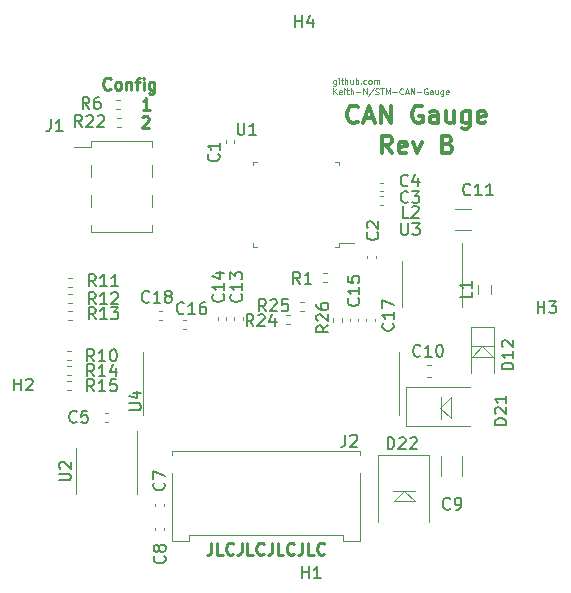
<source format=gbr>
%TF.GenerationSoftware,KiCad,Pcbnew,(5.1.10)-1*%
%TF.CreationDate,2021-10-31T13:05:10-04:00*%
%TF.ProjectId,CAN_Gauge,43414e5f-4761-4756-9765-2e6b69636164,rev?*%
%TF.SameCoordinates,Original*%
%TF.FileFunction,Legend,Top*%
%TF.FilePolarity,Positive*%
%FSLAX46Y46*%
G04 Gerber Fmt 4.6, Leading zero omitted, Abs format (unit mm)*
G04 Created by KiCad (PCBNEW (5.1.10)-1) date 2021-10-31 13:05:10*
%MOMM*%
%LPD*%
G01*
G04 APERTURE LIST*
%ADD10C,0.120000*%
%ADD11C,0.125000*%
%ADD12C,0.250000*%
%ADD13C,0.300000*%
%ADD14C,0.150000*%
G04 APERTURE END LIST*
D10*
X151414200Y-98198800D02*
X152328600Y-98198800D01*
X151414200Y-98198800D02*
X150525200Y-99113200D01*
X150550600Y-99113200D02*
X152303200Y-99113200D01*
X152303200Y-99113200D02*
X151414200Y-98198800D01*
X151414200Y-98198800D02*
X150499800Y-98198800D01*
X147934400Y-103405800D02*
X147934400Y-102516800D01*
X147883600Y-103431200D02*
X148798000Y-104320200D01*
X148798000Y-104294800D02*
X148798000Y-102542200D01*
X148798000Y-102542200D02*
X147883600Y-103431200D01*
X147934400Y-103431200D02*
X147934400Y-104345600D01*
X144810200Y-110441600D02*
X145724600Y-110441600D01*
X144810200Y-110441600D02*
X143921200Y-111356000D01*
X143946600Y-111356000D02*
X145699200Y-111356000D01*
X145699200Y-111356000D02*
X144810200Y-110441600D01*
X144810200Y-110441600D02*
X143895800Y-110441600D01*
D11*
X139027183Y-75683157D02*
X139027183Y-76087919D01*
X139003373Y-76135538D01*
X138979564Y-76159347D01*
X138931945Y-76183157D01*
X138860516Y-76183157D01*
X138812897Y-76159347D01*
X139027183Y-75992680D02*
X138979564Y-76016490D01*
X138884326Y-76016490D01*
X138836707Y-75992680D01*
X138812897Y-75968871D01*
X138789088Y-75921252D01*
X138789088Y-75778395D01*
X138812897Y-75730776D01*
X138836707Y-75706966D01*
X138884326Y-75683157D01*
X138979564Y-75683157D01*
X139027183Y-75706966D01*
X139265278Y-76016490D02*
X139265278Y-75683157D01*
X139265278Y-75516490D02*
X139241469Y-75540300D01*
X139265278Y-75564109D01*
X139289088Y-75540300D01*
X139265278Y-75516490D01*
X139265278Y-75564109D01*
X139431945Y-75683157D02*
X139622421Y-75683157D01*
X139503373Y-75516490D02*
X139503373Y-75945061D01*
X139527183Y-75992680D01*
X139574802Y-76016490D01*
X139622421Y-76016490D01*
X139789088Y-76016490D02*
X139789088Y-75516490D01*
X140003373Y-76016490D02*
X140003373Y-75754585D01*
X139979564Y-75706966D01*
X139931945Y-75683157D01*
X139860516Y-75683157D01*
X139812897Y-75706966D01*
X139789088Y-75730776D01*
X140455754Y-75683157D02*
X140455754Y-76016490D01*
X140241469Y-75683157D02*
X140241469Y-75945061D01*
X140265278Y-75992680D01*
X140312897Y-76016490D01*
X140384326Y-76016490D01*
X140431945Y-75992680D01*
X140455754Y-75968871D01*
X140693850Y-76016490D02*
X140693850Y-75516490D01*
X140693850Y-75706966D02*
X140741469Y-75683157D01*
X140836707Y-75683157D01*
X140884326Y-75706966D01*
X140908135Y-75730776D01*
X140931945Y-75778395D01*
X140931945Y-75921252D01*
X140908135Y-75968871D01*
X140884326Y-75992680D01*
X140836707Y-76016490D01*
X140741469Y-76016490D01*
X140693850Y-75992680D01*
X141146230Y-75968871D02*
X141170040Y-75992680D01*
X141146230Y-76016490D01*
X141122421Y-75992680D01*
X141146230Y-75968871D01*
X141146230Y-76016490D01*
X141598611Y-75992680D02*
X141550992Y-76016490D01*
X141455754Y-76016490D01*
X141408135Y-75992680D01*
X141384326Y-75968871D01*
X141360516Y-75921252D01*
X141360516Y-75778395D01*
X141384326Y-75730776D01*
X141408135Y-75706966D01*
X141455754Y-75683157D01*
X141550992Y-75683157D01*
X141598611Y-75706966D01*
X141884326Y-76016490D02*
X141836707Y-75992680D01*
X141812897Y-75968871D01*
X141789088Y-75921252D01*
X141789088Y-75778395D01*
X141812897Y-75730776D01*
X141836707Y-75706966D01*
X141884326Y-75683157D01*
X141955754Y-75683157D01*
X142003373Y-75706966D01*
X142027183Y-75730776D01*
X142050992Y-75778395D01*
X142050992Y-75921252D01*
X142027183Y-75968871D01*
X142003373Y-75992680D01*
X141955754Y-76016490D01*
X141884326Y-76016490D01*
X142265278Y-76016490D02*
X142265278Y-75683157D01*
X142265278Y-75730776D02*
X142289088Y-75706966D01*
X142336707Y-75683157D01*
X142408135Y-75683157D01*
X142455754Y-75706966D01*
X142479564Y-75754585D01*
X142479564Y-76016490D01*
X142479564Y-75754585D02*
X142503373Y-75706966D01*
X142550992Y-75683157D01*
X142622421Y-75683157D01*
X142670040Y-75706966D01*
X142693850Y-75754585D01*
X142693850Y-76016490D01*
X138812897Y-76891490D02*
X138812897Y-76391490D01*
X139098611Y-76891490D02*
X138884326Y-76605776D01*
X139098611Y-76391490D02*
X138812897Y-76677204D01*
X139503373Y-76867680D02*
X139455754Y-76891490D01*
X139360516Y-76891490D01*
X139312897Y-76867680D01*
X139289088Y-76820061D01*
X139289088Y-76629585D01*
X139312897Y-76581966D01*
X139360516Y-76558157D01*
X139455754Y-76558157D01*
X139503373Y-76581966D01*
X139527183Y-76629585D01*
X139527183Y-76677204D01*
X139289088Y-76724823D01*
X139741469Y-76891490D02*
X139741469Y-76558157D01*
X139741469Y-76391490D02*
X139717659Y-76415300D01*
X139741469Y-76439109D01*
X139765278Y-76415300D01*
X139741469Y-76391490D01*
X139741469Y-76439109D01*
X139908135Y-76558157D02*
X140098611Y-76558157D01*
X139979564Y-76391490D02*
X139979564Y-76820061D01*
X140003373Y-76867680D01*
X140050992Y-76891490D01*
X140098611Y-76891490D01*
X140265278Y-76891490D02*
X140265278Y-76391490D01*
X140479564Y-76891490D02*
X140479564Y-76629585D01*
X140455754Y-76581966D01*
X140408135Y-76558157D01*
X140336707Y-76558157D01*
X140289088Y-76581966D01*
X140265278Y-76605776D01*
X140717659Y-76701014D02*
X141098611Y-76701014D01*
X141336707Y-76891490D02*
X141336707Y-76391490D01*
X141622421Y-76891490D01*
X141622421Y-76391490D01*
X142217659Y-76367680D02*
X141789088Y-77010538D01*
X142360516Y-76867680D02*
X142431945Y-76891490D01*
X142550992Y-76891490D01*
X142598611Y-76867680D01*
X142622421Y-76843871D01*
X142646230Y-76796252D01*
X142646230Y-76748633D01*
X142622421Y-76701014D01*
X142598611Y-76677204D01*
X142550992Y-76653395D01*
X142455754Y-76629585D01*
X142408135Y-76605776D01*
X142384326Y-76581966D01*
X142360516Y-76534347D01*
X142360516Y-76486728D01*
X142384326Y-76439109D01*
X142408135Y-76415300D01*
X142455754Y-76391490D01*
X142574802Y-76391490D01*
X142646230Y-76415300D01*
X142789088Y-76391490D02*
X143074802Y-76391490D01*
X142931945Y-76891490D02*
X142931945Y-76391490D01*
X143241469Y-76891490D02*
X143241469Y-76391490D01*
X143408135Y-76748633D01*
X143574802Y-76391490D01*
X143574802Y-76891490D01*
X143812897Y-76701014D02*
X144193850Y-76701014D01*
X144717659Y-76843871D02*
X144693850Y-76867680D01*
X144622421Y-76891490D01*
X144574802Y-76891490D01*
X144503373Y-76867680D01*
X144455754Y-76820061D01*
X144431945Y-76772442D01*
X144408135Y-76677204D01*
X144408135Y-76605776D01*
X144431945Y-76510538D01*
X144455754Y-76462919D01*
X144503373Y-76415300D01*
X144574802Y-76391490D01*
X144622421Y-76391490D01*
X144693850Y-76415300D01*
X144717659Y-76439109D01*
X144908135Y-76748633D02*
X145146230Y-76748633D01*
X144860516Y-76891490D02*
X145027183Y-76391490D01*
X145193850Y-76891490D01*
X145360516Y-76891490D02*
X145360516Y-76391490D01*
X145646230Y-76891490D01*
X145646230Y-76391490D01*
X145884326Y-76701014D02*
X146265278Y-76701014D01*
X146765278Y-76415300D02*
X146717659Y-76391490D01*
X146646230Y-76391490D01*
X146574802Y-76415300D01*
X146527183Y-76462919D01*
X146503373Y-76510538D01*
X146479564Y-76605776D01*
X146479564Y-76677204D01*
X146503373Y-76772442D01*
X146527183Y-76820061D01*
X146574802Y-76867680D01*
X146646230Y-76891490D01*
X146693850Y-76891490D01*
X146765278Y-76867680D01*
X146789088Y-76843871D01*
X146789088Y-76677204D01*
X146693850Y-76677204D01*
X147217659Y-76891490D02*
X147217659Y-76629585D01*
X147193850Y-76581966D01*
X147146230Y-76558157D01*
X147050992Y-76558157D01*
X147003373Y-76581966D01*
X147217659Y-76867680D02*
X147170040Y-76891490D01*
X147050992Y-76891490D01*
X147003373Y-76867680D01*
X146979564Y-76820061D01*
X146979564Y-76772442D01*
X147003373Y-76724823D01*
X147050992Y-76701014D01*
X147170040Y-76701014D01*
X147217659Y-76677204D01*
X147670040Y-76558157D02*
X147670040Y-76891490D01*
X147455754Y-76558157D02*
X147455754Y-76820061D01*
X147479564Y-76867680D01*
X147527183Y-76891490D01*
X147598611Y-76891490D01*
X147646230Y-76867680D01*
X147670040Y-76843871D01*
X148122421Y-76558157D02*
X148122421Y-76962919D01*
X148098611Y-77010538D01*
X148074802Y-77034347D01*
X148027183Y-77058157D01*
X147955754Y-77058157D01*
X147908135Y-77034347D01*
X148122421Y-76867680D02*
X148074802Y-76891490D01*
X147979564Y-76891490D01*
X147931945Y-76867680D01*
X147908135Y-76843871D01*
X147884326Y-76796252D01*
X147884326Y-76653395D01*
X147908135Y-76605776D01*
X147931945Y-76581966D01*
X147979564Y-76558157D01*
X148074802Y-76558157D01*
X148122421Y-76581966D01*
X148550992Y-76867680D02*
X148503373Y-76891490D01*
X148408135Y-76891490D01*
X148360516Y-76867680D01*
X148336707Y-76820061D01*
X148336707Y-76629585D01*
X148360516Y-76581966D01*
X148408135Y-76558157D01*
X148503373Y-76558157D01*
X148550992Y-76581966D01*
X148574802Y-76629585D01*
X148574802Y-76677204D01*
X148336707Y-76724823D01*
D12*
X122629685Y-78848819D02*
X122677304Y-78801200D01*
X122772542Y-78753580D01*
X123010638Y-78753580D01*
X123105876Y-78801200D01*
X123153495Y-78848819D01*
X123201114Y-78944057D01*
X123201114Y-79039295D01*
X123153495Y-79182152D01*
X122582066Y-79753580D01*
X123201114Y-79753580D01*
X123277314Y-78178780D02*
X122705885Y-78178780D01*
X122991600Y-78178780D02*
X122991600Y-77178780D01*
X122896361Y-77321638D01*
X122801123Y-77416876D01*
X122705885Y-77464495D01*
X119946971Y-76407142D02*
X119899352Y-76454761D01*
X119756495Y-76502380D01*
X119661257Y-76502380D01*
X119518400Y-76454761D01*
X119423161Y-76359523D01*
X119375542Y-76264285D01*
X119327923Y-76073809D01*
X119327923Y-75930952D01*
X119375542Y-75740476D01*
X119423161Y-75645238D01*
X119518400Y-75550000D01*
X119661257Y-75502380D01*
X119756495Y-75502380D01*
X119899352Y-75550000D01*
X119946971Y-75597619D01*
X120518400Y-76502380D02*
X120423161Y-76454761D01*
X120375542Y-76407142D01*
X120327923Y-76311904D01*
X120327923Y-76026190D01*
X120375542Y-75930952D01*
X120423161Y-75883333D01*
X120518400Y-75835714D01*
X120661257Y-75835714D01*
X120756495Y-75883333D01*
X120804114Y-75930952D01*
X120851733Y-76026190D01*
X120851733Y-76311904D01*
X120804114Y-76407142D01*
X120756495Y-76454761D01*
X120661257Y-76502380D01*
X120518400Y-76502380D01*
X121280304Y-75835714D02*
X121280304Y-76502380D01*
X121280304Y-75930952D02*
X121327923Y-75883333D01*
X121423161Y-75835714D01*
X121566019Y-75835714D01*
X121661257Y-75883333D01*
X121708876Y-75978571D01*
X121708876Y-76502380D01*
X122042209Y-75835714D02*
X122423161Y-75835714D01*
X122185066Y-76502380D02*
X122185066Y-75645238D01*
X122232685Y-75550000D01*
X122327923Y-75502380D01*
X122423161Y-75502380D01*
X122756495Y-76502380D02*
X122756495Y-75835714D01*
X122756495Y-75502380D02*
X122708876Y-75550000D01*
X122756495Y-75597619D01*
X122804114Y-75550000D01*
X122756495Y-75502380D01*
X122756495Y-75597619D01*
X123661257Y-75835714D02*
X123661257Y-76645238D01*
X123613638Y-76740476D01*
X123566019Y-76788095D01*
X123470780Y-76835714D01*
X123327923Y-76835714D01*
X123232685Y-76788095D01*
X123661257Y-76454761D02*
X123566019Y-76502380D01*
X123375542Y-76502380D01*
X123280304Y-76454761D01*
X123232685Y-76407142D01*
X123185066Y-76311904D01*
X123185066Y-76026190D01*
X123232685Y-75930952D01*
X123280304Y-75883333D01*
X123375542Y-75835714D01*
X123566019Y-75835714D01*
X123661257Y-75883333D01*
X128481752Y-114872380D02*
X128481752Y-115586666D01*
X128434133Y-115729523D01*
X128338895Y-115824761D01*
X128196038Y-115872380D01*
X128100800Y-115872380D01*
X129434133Y-115872380D02*
X128957942Y-115872380D01*
X128957942Y-114872380D01*
X130338895Y-115777142D02*
X130291276Y-115824761D01*
X130148419Y-115872380D01*
X130053180Y-115872380D01*
X129910323Y-115824761D01*
X129815085Y-115729523D01*
X129767466Y-115634285D01*
X129719847Y-115443809D01*
X129719847Y-115300952D01*
X129767466Y-115110476D01*
X129815085Y-115015238D01*
X129910323Y-114920000D01*
X130053180Y-114872380D01*
X130148419Y-114872380D01*
X130291276Y-114920000D01*
X130338895Y-114967619D01*
X131053180Y-114872380D02*
X131053180Y-115586666D01*
X131005561Y-115729523D01*
X130910323Y-115824761D01*
X130767466Y-115872380D01*
X130672228Y-115872380D01*
X132005561Y-115872380D02*
X131529371Y-115872380D01*
X131529371Y-114872380D01*
X132910323Y-115777142D02*
X132862704Y-115824761D01*
X132719847Y-115872380D01*
X132624609Y-115872380D01*
X132481752Y-115824761D01*
X132386514Y-115729523D01*
X132338895Y-115634285D01*
X132291276Y-115443809D01*
X132291276Y-115300952D01*
X132338895Y-115110476D01*
X132386514Y-115015238D01*
X132481752Y-114920000D01*
X132624609Y-114872380D01*
X132719847Y-114872380D01*
X132862704Y-114920000D01*
X132910323Y-114967619D01*
X133624609Y-114872380D02*
X133624609Y-115586666D01*
X133576990Y-115729523D01*
X133481752Y-115824761D01*
X133338895Y-115872380D01*
X133243657Y-115872380D01*
X134576990Y-115872380D02*
X134100800Y-115872380D01*
X134100800Y-114872380D01*
X135481752Y-115777142D02*
X135434133Y-115824761D01*
X135291276Y-115872380D01*
X135196038Y-115872380D01*
X135053180Y-115824761D01*
X134957942Y-115729523D01*
X134910323Y-115634285D01*
X134862704Y-115443809D01*
X134862704Y-115300952D01*
X134910323Y-115110476D01*
X134957942Y-115015238D01*
X135053180Y-114920000D01*
X135196038Y-114872380D01*
X135291276Y-114872380D01*
X135434133Y-114920000D01*
X135481752Y-114967619D01*
X136196038Y-114872380D02*
X136196038Y-115586666D01*
X136148419Y-115729523D01*
X136053180Y-115824761D01*
X135910323Y-115872380D01*
X135815085Y-115872380D01*
X137148419Y-115872380D02*
X136672228Y-115872380D01*
X136672228Y-114872380D01*
X138053180Y-115777142D02*
X138005561Y-115824761D01*
X137862704Y-115872380D01*
X137767466Y-115872380D01*
X137624609Y-115824761D01*
X137529371Y-115729523D01*
X137481752Y-115634285D01*
X137434133Y-115443809D01*
X137434133Y-115300952D01*
X137481752Y-115110476D01*
X137529371Y-115015238D01*
X137624609Y-114920000D01*
X137767466Y-114872380D01*
X137862704Y-114872380D01*
X138005561Y-114920000D01*
X138053180Y-114967619D01*
D13*
X140887314Y-79196914D02*
X140815885Y-79268342D01*
X140601600Y-79339771D01*
X140458742Y-79339771D01*
X140244457Y-79268342D01*
X140101600Y-79125485D01*
X140030171Y-78982628D01*
X139958742Y-78696914D01*
X139958742Y-78482628D01*
X140030171Y-78196914D01*
X140101600Y-78054057D01*
X140244457Y-77911200D01*
X140458742Y-77839771D01*
X140601600Y-77839771D01*
X140815885Y-77911200D01*
X140887314Y-77982628D01*
X141458742Y-78911200D02*
X142173028Y-78911200D01*
X141315885Y-79339771D02*
X141815885Y-77839771D01*
X142315885Y-79339771D01*
X142815885Y-79339771D02*
X142815885Y-77839771D01*
X143673028Y-79339771D01*
X143673028Y-77839771D01*
X146315885Y-77911200D02*
X146173028Y-77839771D01*
X145958742Y-77839771D01*
X145744457Y-77911200D01*
X145601600Y-78054057D01*
X145530171Y-78196914D01*
X145458742Y-78482628D01*
X145458742Y-78696914D01*
X145530171Y-78982628D01*
X145601600Y-79125485D01*
X145744457Y-79268342D01*
X145958742Y-79339771D01*
X146101600Y-79339771D01*
X146315885Y-79268342D01*
X146387314Y-79196914D01*
X146387314Y-78696914D01*
X146101600Y-78696914D01*
X147673028Y-79339771D02*
X147673028Y-78554057D01*
X147601600Y-78411200D01*
X147458742Y-78339771D01*
X147173028Y-78339771D01*
X147030171Y-78411200D01*
X147673028Y-79268342D02*
X147530171Y-79339771D01*
X147173028Y-79339771D01*
X147030171Y-79268342D01*
X146958742Y-79125485D01*
X146958742Y-78982628D01*
X147030171Y-78839771D01*
X147173028Y-78768342D01*
X147530171Y-78768342D01*
X147673028Y-78696914D01*
X149030171Y-78339771D02*
X149030171Y-79339771D01*
X148387314Y-78339771D02*
X148387314Y-79125485D01*
X148458742Y-79268342D01*
X148601600Y-79339771D01*
X148815885Y-79339771D01*
X148958742Y-79268342D01*
X149030171Y-79196914D01*
X150387314Y-78339771D02*
X150387314Y-79554057D01*
X150315885Y-79696914D01*
X150244457Y-79768342D01*
X150101600Y-79839771D01*
X149887314Y-79839771D01*
X149744457Y-79768342D01*
X150387314Y-79268342D02*
X150244457Y-79339771D01*
X149958742Y-79339771D01*
X149815885Y-79268342D01*
X149744457Y-79196914D01*
X149673028Y-79054057D01*
X149673028Y-78625485D01*
X149744457Y-78482628D01*
X149815885Y-78411200D01*
X149958742Y-78339771D01*
X150244457Y-78339771D01*
X150387314Y-78411200D01*
X151673028Y-79268342D02*
X151530171Y-79339771D01*
X151244457Y-79339771D01*
X151101600Y-79268342D01*
X151030171Y-79125485D01*
X151030171Y-78554057D01*
X151101600Y-78411200D01*
X151244457Y-78339771D01*
X151530171Y-78339771D01*
X151673028Y-78411200D01*
X151744457Y-78554057D01*
X151744457Y-78696914D01*
X151030171Y-78839771D01*
X143780171Y-81889771D02*
X143280171Y-81175485D01*
X142923028Y-81889771D02*
X142923028Y-80389771D01*
X143494457Y-80389771D01*
X143637314Y-80461200D01*
X143708742Y-80532628D01*
X143780171Y-80675485D01*
X143780171Y-80889771D01*
X143708742Y-81032628D01*
X143637314Y-81104057D01*
X143494457Y-81175485D01*
X142923028Y-81175485D01*
X144994457Y-81818342D02*
X144851600Y-81889771D01*
X144565885Y-81889771D01*
X144423028Y-81818342D01*
X144351600Y-81675485D01*
X144351600Y-81104057D01*
X144423028Y-80961200D01*
X144565885Y-80889771D01*
X144851600Y-80889771D01*
X144994457Y-80961200D01*
X145065885Y-81104057D01*
X145065885Y-81246914D01*
X144351600Y-81389771D01*
X145565885Y-80889771D02*
X145923028Y-81889771D01*
X146280171Y-80889771D01*
X148494457Y-81104057D02*
X148708742Y-81175485D01*
X148780171Y-81246914D01*
X148851600Y-81389771D01*
X148851600Y-81604057D01*
X148780171Y-81746914D01*
X148708742Y-81818342D01*
X148565885Y-81889771D01*
X147994457Y-81889771D01*
X147994457Y-80389771D01*
X148494457Y-80389771D01*
X148637314Y-80461200D01*
X148708742Y-80532628D01*
X148780171Y-80675485D01*
X148780171Y-80818342D01*
X148708742Y-80961200D01*
X148637314Y-81032628D01*
X148494457Y-81104057D01*
X147994457Y-81104057D01*
D10*
%TO.C,L1*%
X151057400Y-93823222D02*
X151057400Y-93023978D01*
X152177400Y-93823222D02*
X152177400Y-93023978D01*
%TO.C,C11*%
X150499852Y-88390000D02*
X149077348Y-88390000D01*
X150499852Y-86570000D02*
X149077348Y-86570000D01*
%TO.C,D12*%
X152439600Y-96558400D02*
X152439600Y-100458400D01*
X150439600Y-96558400D02*
X150439600Y-100458400D01*
X152439600Y-96558400D02*
X150439600Y-96558400D01*
%TO.C,U3*%
X149732400Y-92915600D02*
X149732400Y-89465600D01*
X149732400Y-92915600D02*
X149732400Y-94865600D01*
X144612400Y-92915600D02*
X144612400Y-90965600D01*
X144612400Y-92915600D02*
X144612400Y-94865600D01*
%TO.C,C10*%
X146755621Y-100791600D02*
X147081179Y-100791600D01*
X146755621Y-99771600D02*
X147081179Y-99771600D01*
%TO.C,U4*%
X122734000Y-98699000D02*
X122734000Y-104033000D01*
X144344000Y-104023000D02*
X144344000Y-98689000D01*
X144332000Y-104027000D02*
X144332000Y-104027000D01*
%TO.C,U1*%
X139250800Y-89520000D02*
X140565800Y-89520000D01*
X139250800Y-89820000D02*
X139250800Y-89520000D01*
X138950800Y-89820000D02*
X139250800Y-89820000D01*
X132030800Y-89820000D02*
X132030800Y-89520000D01*
X132330800Y-89820000D02*
X132030800Y-89820000D01*
X139250800Y-82600000D02*
X139250800Y-82900000D01*
X138950800Y-82600000D02*
X139250800Y-82600000D01*
X132030800Y-82600000D02*
X132030800Y-82900000D01*
X132330800Y-82600000D02*
X132030800Y-82600000D01*
%TO.C,R22*%
X120808441Y-78870400D02*
X120501159Y-78870400D01*
X120808441Y-79630400D02*
X120501159Y-79630400D01*
%TO.C,R6*%
X120757641Y-77346400D02*
X120450359Y-77346400D01*
X120757641Y-78106400D02*
X120450359Y-78106400D01*
%TO.C,J2*%
X125187000Y-114698000D02*
X125187000Y-108938000D01*
X126607000Y-114698000D02*
X125187000Y-114698000D01*
X126607000Y-114198000D02*
X126607000Y-114698000D01*
X139637000Y-114198000D02*
X126607000Y-114198000D01*
X139637000Y-114698000D02*
X139637000Y-114198000D01*
X141057000Y-114698000D02*
X139637000Y-114698000D01*
X141057000Y-108938000D02*
X141057000Y-114698000D01*
X125187000Y-107108000D02*
X125187000Y-107418000D01*
X141057000Y-107108000D02*
X125187000Y-107108000D01*
X141057000Y-107418000D02*
X141057000Y-107108000D01*
%TO.C,J1*%
X118258000Y-80816000D02*
X123458000Y-80816000D01*
X118258000Y-88556000D02*
X123458000Y-88556000D01*
X116818000Y-81386000D02*
X118258000Y-81386000D01*
X118258000Y-80816000D02*
X118258000Y-81386000D01*
X123458000Y-80816000D02*
X123458000Y-81386000D01*
X118258000Y-87986000D02*
X118258000Y-88556000D01*
X123458000Y-87986000D02*
X123458000Y-88556000D01*
X118258000Y-82906000D02*
X118258000Y-83926000D01*
X123458000Y-82906000D02*
X123458000Y-83926000D01*
X118258000Y-85446000D02*
X118258000Y-86466000D01*
X123458000Y-85446000D02*
X123458000Y-86466000D01*
%TO.C,D22*%
X146884000Y-107425000D02*
X142584000Y-107425000D01*
X142584000Y-107425000D02*
X142584000Y-113125000D01*
X146884000Y-107425000D02*
X146884000Y-113125000D01*
%TO.C,C9*%
X147888000Y-107523558D02*
X147888000Y-109194042D01*
X149708000Y-107523558D02*
X149708000Y-109194042D01*
%TO.C,R26*%
X139526000Y-95835359D02*
X139526000Y-96142641D01*
X138766000Y-95835359D02*
X138766000Y-96142641D01*
%TO.C,R25*%
X135995159Y-94516800D02*
X136302441Y-94516800D01*
X135995159Y-95276800D02*
X136302441Y-95276800D01*
%TO.C,R24*%
X135108641Y-96369000D02*
X134801359Y-96369000D01*
X135108641Y-95609000D02*
X134801359Y-95609000D01*
%TO.C,C18*%
X124267836Y-95968000D02*
X124052164Y-95968000D01*
X124267836Y-95248000D02*
X124052164Y-95248000D01*
%TO.C,C17*%
X142300000Y-95881164D02*
X142300000Y-96096836D01*
X141580000Y-95881164D02*
X141580000Y-96096836D01*
%TO.C,C16*%
X126299836Y-96730000D02*
X126084164Y-96730000D01*
X126299836Y-96010000D02*
X126084164Y-96010000D01*
%TO.C,C15*%
X140903000Y-95881164D02*
X140903000Y-96096836D01*
X140183000Y-95881164D02*
X140183000Y-96096836D01*
%TO.C,C14*%
X129727000Y-95754164D02*
X129727000Y-95969836D01*
X129007000Y-95754164D02*
X129007000Y-95969836D01*
%TO.C,C13*%
X131124000Y-95754164D02*
X131124000Y-95969836D01*
X130404000Y-95754164D02*
X130404000Y-95969836D01*
%TO.C,C8*%
X123736500Y-113597664D02*
X123736500Y-113813336D01*
X124456500Y-113597664D02*
X124456500Y-113813336D01*
%TO.C,C7*%
X123736500Y-111565664D02*
X123736500Y-111781336D01*
X124456500Y-111565664D02*
X124456500Y-111781336D01*
%TO.C,C5*%
X119480164Y-104604000D02*
X119695836Y-104604000D01*
X119480164Y-103884000D02*
X119695836Y-103884000D01*
%TO.C,C4*%
X142771964Y-85096800D02*
X142987636Y-85096800D01*
X142771964Y-84376800D02*
X142987636Y-84376800D01*
%TO.C,C3*%
X142771964Y-86239800D02*
X142987636Y-86239800D01*
X142771964Y-85519800D02*
X142987636Y-85519800D01*
%TO.C,C2*%
X141681600Y-90572564D02*
X141681600Y-90788236D01*
X142401600Y-90572564D02*
X142401600Y-90788236D01*
%TO.C,C1*%
X130412800Y-81006636D02*
X130412800Y-80790964D01*
X129692800Y-81006636D02*
X129692800Y-80790964D01*
%TO.C,R15*%
X116566641Y-101197000D02*
X116259359Y-101197000D01*
X116566641Y-101957000D02*
X116259359Y-101957000D01*
%TO.C,R14*%
X116566641Y-99927000D02*
X116259359Y-99927000D01*
X116566641Y-100687000D02*
X116259359Y-100687000D01*
%TO.C,R13*%
X116693641Y-95228000D02*
X116386359Y-95228000D01*
X116693641Y-95988000D02*
X116386359Y-95988000D01*
%TO.C,R12*%
X116386359Y-94591000D02*
X116693641Y-94591000D01*
X116386359Y-93831000D02*
X116693641Y-93831000D01*
%TO.C,R11*%
X116693641Y-92434000D02*
X116386359Y-92434000D01*
X116693641Y-93194000D02*
X116386359Y-93194000D01*
%TO.C,R10*%
X116566641Y-98657000D02*
X116259359Y-98657000D01*
X116566641Y-99417000D02*
X116259359Y-99417000D01*
%TO.C,R1*%
X137950959Y-92787600D02*
X138258241Y-92787600D01*
X137950959Y-92027600D02*
X138258241Y-92027600D01*
%TO.C,D21*%
X144991600Y-101679600D02*
X150391600Y-101679600D01*
X144991600Y-104979600D02*
X150391600Y-104979600D01*
X144991600Y-101679600D02*
X144991600Y-104979600D01*
%TO.C,U2*%
X117028000Y-108816000D02*
X117028000Y-110766000D01*
X117028000Y-108816000D02*
X117028000Y-106866000D01*
X122148000Y-108816000D02*
X122148000Y-110766000D01*
X122148000Y-108816000D02*
X122148000Y-105366000D01*
%TO.C,L1*%
D14*
X150519780Y-93590266D02*
X150519780Y-94066457D01*
X149519780Y-94066457D01*
X150519780Y-92733123D02*
X150519780Y-93304552D01*
X150519780Y-93018838D02*
X149519780Y-93018838D01*
X149662638Y-93114076D01*
X149757876Y-93209314D01*
X149805495Y-93304552D01*
%TO.C,C11*%
X150417542Y-85347942D02*
X150369923Y-85395561D01*
X150227066Y-85443180D01*
X150131828Y-85443180D01*
X149988971Y-85395561D01*
X149893733Y-85300323D01*
X149846114Y-85205085D01*
X149798495Y-85014609D01*
X149798495Y-84871752D01*
X149846114Y-84681276D01*
X149893733Y-84586038D01*
X149988971Y-84490800D01*
X150131828Y-84443180D01*
X150227066Y-84443180D01*
X150369923Y-84490800D01*
X150417542Y-84538419D01*
X151369923Y-85443180D02*
X150798495Y-85443180D01*
X151084209Y-85443180D02*
X151084209Y-84443180D01*
X150988971Y-84586038D01*
X150893733Y-84681276D01*
X150798495Y-84728895D01*
X152322304Y-85443180D02*
X151750876Y-85443180D01*
X152036590Y-85443180D02*
X152036590Y-84443180D01*
X151941352Y-84586038D01*
X151846114Y-84681276D01*
X151750876Y-84728895D01*
%TO.C,D12*%
X154050980Y-100175085D02*
X153050980Y-100175085D01*
X153050980Y-99936990D01*
X153098600Y-99794133D01*
X153193838Y-99698895D01*
X153289076Y-99651276D01*
X153479552Y-99603657D01*
X153622409Y-99603657D01*
X153812885Y-99651276D01*
X153908123Y-99698895D01*
X154003361Y-99794133D01*
X154050980Y-99936990D01*
X154050980Y-100175085D01*
X154050980Y-98651276D02*
X154050980Y-99222704D01*
X154050980Y-98936990D02*
X153050980Y-98936990D01*
X153193838Y-99032228D01*
X153289076Y-99127466D01*
X153336695Y-99222704D01*
X153146219Y-98270323D02*
X153098600Y-98222704D01*
X153050980Y-98127466D01*
X153050980Y-97889371D01*
X153098600Y-97794133D01*
X153146219Y-97746514D01*
X153241457Y-97698895D01*
X153336695Y-97698895D01*
X153479552Y-97746514D01*
X154050980Y-98317942D01*
X154050980Y-97698895D01*
%TO.C,U3*%
X144556295Y-87795980D02*
X144556295Y-88605504D01*
X144603914Y-88700742D01*
X144651533Y-88748361D01*
X144746771Y-88795980D01*
X144937247Y-88795980D01*
X145032485Y-88748361D01*
X145080104Y-88700742D01*
X145127723Y-88605504D01*
X145127723Y-87795980D01*
X145508676Y-87795980D02*
X146127723Y-87795980D01*
X145794390Y-88176933D01*
X145937247Y-88176933D01*
X146032485Y-88224552D01*
X146080104Y-88272171D01*
X146127723Y-88367409D01*
X146127723Y-88605504D01*
X146080104Y-88700742D01*
X146032485Y-88748361D01*
X145937247Y-88795980D01*
X145651533Y-88795980D01*
X145556295Y-88748361D01*
X145508676Y-88700742D01*
%TO.C,C10*%
X146173942Y-99013142D02*
X146126323Y-99060761D01*
X145983466Y-99108380D01*
X145888228Y-99108380D01*
X145745371Y-99060761D01*
X145650133Y-98965523D01*
X145602514Y-98870285D01*
X145554895Y-98679809D01*
X145554895Y-98536952D01*
X145602514Y-98346476D01*
X145650133Y-98251238D01*
X145745371Y-98156000D01*
X145888228Y-98108380D01*
X145983466Y-98108380D01*
X146126323Y-98156000D01*
X146173942Y-98203619D01*
X147126323Y-99108380D02*
X146554895Y-99108380D01*
X146840609Y-99108380D02*
X146840609Y-98108380D01*
X146745371Y-98251238D01*
X146650133Y-98346476D01*
X146554895Y-98394095D01*
X147745371Y-98108380D02*
X147840609Y-98108380D01*
X147935847Y-98156000D01*
X147983466Y-98203619D01*
X148031085Y-98298857D01*
X148078704Y-98489333D01*
X148078704Y-98727428D01*
X148031085Y-98917904D01*
X147983466Y-99013142D01*
X147935847Y-99060761D01*
X147840609Y-99108380D01*
X147745371Y-99108380D01*
X147650133Y-99060761D01*
X147602514Y-99013142D01*
X147554895Y-98917904D01*
X147507276Y-98727428D01*
X147507276Y-98489333D01*
X147554895Y-98298857D01*
X147602514Y-98203619D01*
X147650133Y-98156000D01*
X147745371Y-98108380D01*
%TO.C,U4*%
X121529580Y-103634304D02*
X122339104Y-103634304D01*
X122434342Y-103586685D01*
X122481961Y-103539066D01*
X122529580Y-103443828D01*
X122529580Y-103253352D01*
X122481961Y-103158114D01*
X122434342Y-103110495D01*
X122339104Y-103062876D01*
X121529580Y-103062876D01*
X121862914Y-102158114D02*
X122529580Y-102158114D01*
X121481961Y-102396209D02*
X122196247Y-102634304D01*
X122196247Y-102015257D01*
%TO.C,U1*%
X130713295Y-79312380D02*
X130713295Y-80121904D01*
X130760914Y-80217142D01*
X130808533Y-80264761D01*
X130903771Y-80312380D01*
X131094247Y-80312380D01*
X131189485Y-80264761D01*
X131237104Y-80217142D01*
X131284723Y-80121904D01*
X131284723Y-79312380D01*
X132284723Y-80312380D02*
X131713295Y-80312380D01*
X131999009Y-80312380D02*
X131999009Y-79312380D01*
X131903771Y-79455238D01*
X131808533Y-79550476D01*
X131713295Y-79598095D01*
%TO.C,R22*%
X117522742Y-79651980D02*
X117189409Y-79175790D01*
X116951314Y-79651980D02*
X116951314Y-78651980D01*
X117332266Y-78651980D01*
X117427504Y-78699600D01*
X117475123Y-78747219D01*
X117522742Y-78842457D01*
X117522742Y-78985314D01*
X117475123Y-79080552D01*
X117427504Y-79128171D01*
X117332266Y-79175790D01*
X116951314Y-79175790D01*
X117903695Y-78747219D02*
X117951314Y-78699600D01*
X118046552Y-78651980D01*
X118284647Y-78651980D01*
X118379885Y-78699600D01*
X118427504Y-78747219D01*
X118475123Y-78842457D01*
X118475123Y-78937695D01*
X118427504Y-79080552D01*
X117856076Y-79651980D01*
X118475123Y-79651980D01*
X118856076Y-78747219D02*
X118903695Y-78699600D01*
X118998933Y-78651980D01*
X119237028Y-78651980D01*
X119332266Y-78699600D01*
X119379885Y-78747219D01*
X119427504Y-78842457D01*
X119427504Y-78937695D01*
X119379885Y-79080552D01*
X118808457Y-79651980D01*
X119427504Y-79651980D01*
%TO.C,R6*%
X118151333Y-78127980D02*
X117818000Y-77651790D01*
X117579904Y-78127980D02*
X117579904Y-77127980D01*
X117960857Y-77127980D01*
X118056095Y-77175600D01*
X118103714Y-77223219D01*
X118151333Y-77318457D01*
X118151333Y-77461314D01*
X118103714Y-77556552D01*
X118056095Y-77604171D01*
X117960857Y-77651790D01*
X117579904Y-77651790D01*
X119008476Y-77127980D02*
X118818000Y-77127980D01*
X118722761Y-77175600D01*
X118675142Y-77223219D01*
X118579904Y-77366076D01*
X118532285Y-77556552D01*
X118532285Y-77937504D01*
X118579904Y-78032742D01*
X118627523Y-78080361D01*
X118722761Y-78127980D01*
X118913238Y-78127980D01*
X119008476Y-78080361D01*
X119056095Y-78032742D01*
X119103714Y-77937504D01*
X119103714Y-77699409D01*
X119056095Y-77604171D01*
X119008476Y-77556552D01*
X118913238Y-77508933D01*
X118722761Y-77508933D01*
X118627523Y-77556552D01*
X118579904Y-77604171D01*
X118532285Y-77699409D01*
%TO.C,L2*%
X145176933Y-87348180D02*
X144700742Y-87348180D01*
X144700742Y-86348180D01*
X145462647Y-86443419D02*
X145510266Y-86395800D01*
X145605504Y-86348180D01*
X145843600Y-86348180D01*
X145938838Y-86395800D01*
X145986457Y-86443419D01*
X146034076Y-86538657D01*
X146034076Y-86633895D01*
X145986457Y-86776752D01*
X145415028Y-87348180D01*
X146034076Y-87348180D01*
%TO.C,J2*%
X139828666Y-105728380D02*
X139828666Y-106442666D01*
X139781047Y-106585523D01*
X139685809Y-106680761D01*
X139542952Y-106728380D01*
X139447714Y-106728380D01*
X140257238Y-105823619D02*
X140304857Y-105776000D01*
X140400095Y-105728380D01*
X140638190Y-105728380D01*
X140733428Y-105776000D01*
X140781047Y-105823619D01*
X140828666Y-105918857D01*
X140828666Y-106014095D01*
X140781047Y-106156952D01*
X140209619Y-106728380D01*
X140828666Y-106728380D01*
%TO.C,H4*%
X135590095Y-71193780D02*
X135590095Y-70193780D01*
X135590095Y-70669971D02*
X136161523Y-70669971D01*
X136161523Y-71193780D02*
X136161523Y-70193780D01*
X137066285Y-70527114D02*
X137066285Y-71193780D01*
X136828190Y-70146161D02*
X136590095Y-70860447D01*
X137209142Y-70860447D01*
%TO.C,J1*%
X114885866Y-79007580D02*
X114885866Y-79721866D01*
X114838247Y-79864723D01*
X114743009Y-79959961D01*
X114600152Y-80007580D01*
X114504914Y-80007580D01*
X115885866Y-80007580D02*
X115314438Y-80007580D01*
X115600152Y-80007580D02*
X115600152Y-79007580D01*
X115504914Y-79150438D01*
X115409676Y-79245676D01*
X115314438Y-79293295D01*
%TO.C,H3*%
X156113295Y-95399980D02*
X156113295Y-94399980D01*
X156113295Y-94876171D02*
X156684723Y-94876171D01*
X156684723Y-95399980D02*
X156684723Y-94399980D01*
X157065676Y-94399980D02*
X157684723Y-94399980D01*
X157351390Y-94780933D01*
X157494247Y-94780933D01*
X157589485Y-94828552D01*
X157637104Y-94876171D01*
X157684723Y-94971409D01*
X157684723Y-95209504D01*
X157637104Y-95304742D01*
X157589485Y-95352361D01*
X157494247Y-95399980D01*
X157208533Y-95399980D01*
X157113295Y-95352361D01*
X157065676Y-95304742D01*
%TO.C,H2*%
X111815695Y-101953180D02*
X111815695Y-100953180D01*
X111815695Y-101429371D02*
X112387123Y-101429371D01*
X112387123Y-101953180D02*
X112387123Y-100953180D01*
X112815695Y-101048419D02*
X112863314Y-101000800D01*
X112958552Y-100953180D01*
X113196647Y-100953180D01*
X113291885Y-101000800D01*
X113339504Y-101048419D01*
X113387123Y-101143657D01*
X113387123Y-101238895D01*
X113339504Y-101381752D01*
X112768076Y-101953180D01*
X113387123Y-101953180D01*
%TO.C,H1*%
X136161595Y-117840880D02*
X136161595Y-116840880D01*
X136161595Y-117317071D02*
X136733023Y-117317071D01*
X136733023Y-117840880D02*
X136733023Y-116840880D01*
X137733023Y-117840880D02*
X137161595Y-117840880D01*
X137447309Y-117840880D02*
X137447309Y-116840880D01*
X137352071Y-116983738D01*
X137256833Y-117078976D01*
X137161595Y-117126595D01*
%TO.C,D22*%
X143418114Y-106931580D02*
X143418114Y-105931580D01*
X143656209Y-105931580D01*
X143799066Y-105979200D01*
X143894304Y-106074438D01*
X143941923Y-106169676D01*
X143989542Y-106360152D01*
X143989542Y-106503009D01*
X143941923Y-106693485D01*
X143894304Y-106788723D01*
X143799066Y-106883961D01*
X143656209Y-106931580D01*
X143418114Y-106931580D01*
X144370495Y-106026819D02*
X144418114Y-105979200D01*
X144513352Y-105931580D01*
X144751447Y-105931580D01*
X144846685Y-105979200D01*
X144894304Y-106026819D01*
X144941923Y-106122057D01*
X144941923Y-106217295D01*
X144894304Y-106360152D01*
X144322876Y-106931580D01*
X144941923Y-106931580D01*
X145322876Y-106026819D02*
X145370495Y-105979200D01*
X145465733Y-105931580D01*
X145703828Y-105931580D01*
X145799066Y-105979200D01*
X145846685Y-106026819D01*
X145894304Y-106122057D01*
X145894304Y-106217295D01*
X145846685Y-106360152D01*
X145275257Y-106931580D01*
X145894304Y-106931580D01*
%TO.C,C9*%
X148707533Y-111954442D02*
X148659914Y-112002061D01*
X148517057Y-112049680D01*
X148421819Y-112049680D01*
X148278961Y-112002061D01*
X148183723Y-111906823D01*
X148136104Y-111811585D01*
X148088485Y-111621109D01*
X148088485Y-111478252D01*
X148136104Y-111287776D01*
X148183723Y-111192538D01*
X148278961Y-111097300D01*
X148421819Y-111049680D01*
X148517057Y-111049680D01*
X148659914Y-111097300D01*
X148707533Y-111144919D01*
X149183723Y-112049680D02*
X149374200Y-112049680D01*
X149469438Y-112002061D01*
X149517057Y-111954442D01*
X149612295Y-111811585D01*
X149659914Y-111621109D01*
X149659914Y-111240157D01*
X149612295Y-111144919D01*
X149564676Y-111097300D01*
X149469438Y-111049680D01*
X149278961Y-111049680D01*
X149183723Y-111097300D01*
X149136104Y-111144919D01*
X149088485Y-111240157D01*
X149088485Y-111478252D01*
X149136104Y-111573490D01*
X149183723Y-111621109D01*
X149278961Y-111668728D01*
X149469438Y-111668728D01*
X149564676Y-111621109D01*
X149612295Y-111573490D01*
X149659914Y-111478252D01*
%TO.C,R26*%
X138379180Y-96454057D02*
X137902990Y-96787390D01*
X138379180Y-97025485D02*
X137379180Y-97025485D01*
X137379180Y-96644533D01*
X137426800Y-96549295D01*
X137474419Y-96501676D01*
X137569657Y-96454057D01*
X137712514Y-96454057D01*
X137807752Y-96501676D01*
X137855371Y-96549295D01*
X137902990Y-96644533D01*
X137902990Y-97025485D01*
X137474419Y-96073104D02*
X137426800Y-96025485D01*
X137379180Y-95930247D01*
X137379180Y-95692152D01*
X137426800Y-95596914D01*
X137474419Y-95549295D01*
X137569657Y-95501676D01*
X137664895Y-95501676D01*
X137807752Y-95549295D01*
X138379180Y-96120723D01*
X138379180Y-95501676D01*
X137379180Y-94644533D02*
X137379180Y-94835009D01*
X137426800Y-94930247D01*
X137474419Y-94977866D01*
X137617276Y-95073104D01*
X137807752Y-95120723D01*
X138188704Y-95120723D01*
X138283942Y-95073104D01*
X138331561Y-95025485D01*
X138379180Y-94930247D01*
X138379180Y-94739771D01*
X138331561Y-94644533D01*
X138283942Y-94596914D01*
X138188704Y-94549295D01*
X137950609Y-94549295D01*
X137855371Y-94596914D01*
X137807752Y-94644533D01*
X137760133Y-94739771D01*
X137760133Y-94930247D01*
X137807752Y-95025485D01*
X137855371Y-95073104D01*
X137950609Y-95120723D01*
%TO.C,R25*%
X133092942Y-95247580D02*
X132759609Y-94771390D01*
X132521514Y-95247580D02*
X132521514Y-94247580D01*
X132902466Y-94247580D01*
X132997704Y-94295200D01*
X133045323Y-94342819D01*
X133092942Y-94438057D01*
X133092942Y-94580914D01*
X133045323Y-94676152D01*
X132997704Y-94723771D01*
X132902466Y-94771390D01*
X132521514Y-94771390D01*
X133473895Y-94342819D02*
X133521514Y-94295200D01*
X133616752Y-94247580D01*
X133854847Y-94247580D01*
X133950085Y-94295200D01*
X133997704Y-94342819D01*
X134045323Y-94438057D01*
X134045323Y-94533295D01*
X133997704Y-94676152D01*
X133426276Y-95247580D01*
X134045323Y-95247580D01*
X134950085Y-94247580D02*
X134473895Y-94247580D01*
X134426276Y-94723771D01*
X134473895Y-94676152D01*
X134569133Y-94628533D01*
X134807228Y-94628533D01*
X134902466Y-94676152D01*
X134950085Y-94723771D01*
X134997704Y-94819009D01*
X134997704Y-95057104D01*
X134950085Y-95152342D01*
X134902466Y-95199961D01*
X134807228Y-95247580D01*
X134569133Y-95247580D01*
X134473895Y-95199961D01*
X134426276Y-95152342D01*
%TO.C,R24*%
X132051542Y-96517580D02*
X131718209Y-96041390D01*
X131480114Y-96517580D02*
X131480114Y-95517580D01*
X131861066Y-95517580D01*
X131956304Y-95565200D01*
X132003923Y-95612819D01*
X132051542Y-95708057D01*
X132051542Y-95850914D01*
X132003923Y-95946152D01*
X131956304Y-95993771D01*
X131861066Y-96041390D01*
X131480114Y-96041390D01*
X132432495Y-95612819D02*
X132480114Y-95565200D01*
X132575352Y-95517580D01*
X132813447Y-95517580D01*
X132908685Y-95565200D01*
X132956304Y-95612819D01*
X133003923Y-95708057D01*
X133003923Y-95803295D01*
X132956304Y-95946152D01*
X132384876Y-96517580D01*
X133003923Y-96517580D01*
X133861066Y-95850914D02*
X133861066Y-96517580D01*
X133622971Y-95469961D02*
X133384876Y-96184247D01*
X134003923Y-96184247D01*
%TO.C,C18*%
X123212342Y-94441142D02*
X123164723Y-94488761D01*
X123021866Y-94536380D01*
X122926628Y-94536380D01*
X122783771Y-94488761D01*
X122688533Y-94393523D01*
X122640914Y-94298285D01*
X122593295Y-94107809D01*
X122593295Y-93964952D01*
X122640914Y-93774476D01*
X122688533Y-93679238D01*
X122783771Y-93584000D01*
X122926628Y-93536380D01*
X123021866Y-93536380D01*
X123164723Y-93584000D01*
X123212342Y-93631619D01*
X124164723Y-94536380D02*
X123593295Y-94536380D01*
X123879009Y-94536380D02*
X123879009Y-93536380D01*
X123783771Y-93679238D01*
X123688533Y-93774476D01*
X123593295Y-93822095D01*
X124736152Y-93964952D02*
X124640914Y-93917333D01*
X124593295Y-93869714D01*
X124545676Y-93774476D01*
X124545676Y-93726857D01*
X124593295Y-93631619D01*
X124640914Y-93584000D01*
X124736152Y-93536380D01*
X124926628Y-93536380D01*
X125021866Y-93584000D01*
X125069485Y-93631619D01*
X125117104Y-93726857D01*
X125117104Y-93774476D01*
X125069485Y-93869714D01*
X125021866Y-93917333D01*
X124926628Y-93964952D01*
X124736152Y-93964952D01*
X124640914Y-94012571D01*
X124593295Y-94060190D01*
X124545676Y-94155428D01*
X124545676Y-94345904D01*
X124593295Y-94441142D01*
X124640914Y-94488761D01*
X124736152Y-94536380D01*
X124926628Y-94536380D01*
X125021866Y-94488761D01*
X125069485Y-94441142D01*
X125117104Y-94345904D01*
X125117104Y-94155428D01*
X125069485Y-94060190D01*
X125021866Y-94012571D01*
X124926628Y-93964952D01*
%TO.C,C17*%
X143846542Y-96276257D02*
X143894161Y-96323876D01*
X143941780Y-96466733D01*
X143941780Y-96561971D01*
X143894161Y-96704828D01*
X143798923Y-96800066D01*
X143703685Y-96847685D01*
X143513209Y-96895304D01*
X143370352Y-96895304D01*
X143179876Y-96847685D01*
X143084638Y-96800066D01*
X142989400Y-96704828D01*
X142941780Y-96561971D01*
X142941780Y-96466733D01*
X142989400Y-96323876D01*
X143037019Y-96276257D01*
X143941780Y-95323876D02*
X143941780Y-95895304D01*
X143941780Y-95609590D02*
X142941780Y-95609590D01*
X143084638Y-95704828D01*
X143179876Y-95800066D01*
X143227495Y-95895304D01*
X142941780Y-94990542D02*
X142941780Y-94323876D01*
X143941780Y-94752447D01*
%TO.C,C16*%
X126158742Y-95406342D02*
X126111123Y-95453961D01*
X125968266Y-95501580D01*
X125873028Y-95501580D01*
X125730171Y-95453961D01*
X125634933Y-95358723D01*
X125587314Y-95263485D01*
X125539695Y-95073009D01*
X125539695Y-94930152D01*
X125587314Y-94739676D01*
X125634933Y-94644438D01*
X125730171Y-94549200D01*
X125873028Y-94501580D01*
X125968266Y-94501580D01*
X126111123Y-94549200D01*
X126158742Y-94596819D01*
X127111123Y-95501580D02*
X126539695Y-95501580D01*
X126825409Y-95501580D02*
X126825409Y-94501580D01*
X126730171Y-94644438D01*
X126634933Y-94739676D01*
X126539695Y-94787295D01*
X127968266Y-94501580D02*
X127777790Y-94501580D01*
X127682552Y-94549200D01*
X127634933Y-94596819D01*
X127539695Y-94739676D01*
X127492076Y-94930152D01*
X127492076Y-95311104D01*
X127539695Y-95406342D01*
X127587314Y-95453961D01*
X127682552Y-95501580D01*
X127873028Y-95501580D01*
X127968266Y-95453961D01*
X128015885Y-95406342D01*
X128063504Y-95311104D01*
X128063504Y-95073009D01*
X128015885Y-94977771D01*
X127968266Y-94930152D01*
X127873028Y-94882533D01*
X127682552Y-94882533D01*
X127587314Y-94930152D01*
X127539695Y-94977771D01*
X127492076Y-95073009D01*
%TO.C,C15*%
X140925542Y-94168057D02*
X140973161Y-94215676D01*
X141020780Y-94358533D01*
X141020780Y-94453771D01*
X140973161Y-94596628D01*
X140877923Y-94691866D01*
X140782685Y-94739485D01*
X140592209Y-94787104D01*
X140449352Y-94787104D01*
X140258876Y-94739485D01*
X140163638Y-94691866D01*
X140068400Y-94596628D01*
X140020780Y-94453771D01*
X140020780Y-94358533D01*
X140068400Y-94215676D01*
X140116019Y-94168057D01*
X141020780Y-93215676D02*
X141020780Y-93787104D01*
X141020780Y-93501390D02*
X140020780Y-93501390D01*
X140163638Y-93596628D01*
X140258876Y-93691866D01*
X140306495Y-93787104D01*
X140020780Y-92310914D02*
X140020780Y-92787104D01*
X140496971Y-92834723D01*
X140449352Y-92787104D01*
X140401733Y-92691866D01*
X140401733Y-92453771D01*
X140449352Y-92358533D01*
X140496971Y-92310914D01*
X140592209Y-92263295D01*
X140830304Y-92263295D01*
X140925542Y-92310914D01*
X140973161Y-92358533D01*
X141020780Y-92453771D01*
X141020780Y-92691866D01*
X140973161Y-92787104D01*
X140925542Y-92834723D01*
%TO.C,C14*%
X129470142Y-93837857D02*
X129517761Y-93885476D01*
X129565380Y-94028333D01*
X129565380Y-94123571D01*
X129517761Y-94266428D01*
X129422523Y-94361666D01*
X129327285Y-94409285D01*
X129136809Y-94456904D01*
X128993952Y-94456904D01*
X128803476Y-94409285D01*
X128708238Y-94361666D01*
X128613000Y-94266428D01*
X128565380Y-94123571D01*
X128565380Y-94028333D01*
X128613000Y-93885476D01*
X128660619Y-93837857D01*
X129565380Y-92885476D02*
X129565380Y-93456904D01*
X129565380Y-93171190D02*
X128565380Y-93171190D01*
X128708238Y-93266428D01*
X128803476Y-93361666D01*
X128851095Y-93456904D01*
X128898714Y-92028333D02*
X129565380Y-92028333D01*
X128517761Y-92266428D02*
X129232047Y-92504523D01*
X129232047Y-91885476D01*
%TO.C,C13*%
X130994142Y-93837857D02*
X131041761Y-93885476D01*
X131089380Y-94028333D01*
X131089380Y-94123571D01*
X131041761Y-94266428D01*
X130946523Y-94361666D01*
X130851285Y-94409285D01*
X130660809Y-94456904D01*
X130517952Y-94456904D01*
X130327476Y-94409285D01*
X130232238Y-94361666D01*
X130137000Y-94266428D01*
X130089380Y-94123571D01*
X130089380Y-94028333D01*
X130137000Y-93885476D01*
X130184619Y-93837857D01*
X131089380Y-92885476D02*
X131089380Y-93456904D01*
X131089380Y-93171190D02*
X130089380Y-93171190D01*
X130232238Y-93266428D01*
X130327476Y-93361666D01*
X130375095Y-93456904D01*
X130089380Y-92552142D02*
X130089380Y-91933095D01*
X130470333Y-92266428D01*
X130470333Y-92123571D01*
X130517952Y-92028333D01*
X130565571Y-91980714D01*
X130660809Y-91933095D01*
X130898904Y-91933095D01*
X130994142Y-91980714D01*
X131041761Y-92028333D01*
X131089380Y-92123571D01*
X131089380Y-92409285D01*
X131041761Y-92504523D01*
X130994142Y-92552142D01*
%TO.C,C8*%
X124517142Y-115993066D02*
X124564761Y-116040685D01*
X124612380Y-116183542D01*
X124612380Y-116278780D01*
X124564761Y-116421638D01*
X124469523Y-116516876D01*
X124374285Y-116564495D01*
X124183809Y-116612114D01*
X124040952Y-116612114D01*
X123850476Y-116564495D01*
X123755238Y-116516876D01*
X123660000Y-116421638D01*
X123612380Y-116278780D01*
X123612380Y-116183542D01*
X123660000Y-116040685D01*
X123707619Y-115993066D01*
X124040952Y-115421638D02*
X123993333Y-115516876D01*
X123945714Y-115564495D01*
X123850476Y-115612114D01*
X123802857Y-115612114D01*
X123707619Y-115564495D01*
X123660000Y-115516876D01*
X123612380Y-115421638D01*
X123612380Y-115231161D01*
X123660000Y-115135923D01*
X123707619Y-115088304D01*
X123802857Y-115040685D01*
X123850476Y-115040685D01*
X123945714Y-115088304D01*
X123993333Y-115135923D01*
X124040952Y-115231161D01*
X124040952Y-115421638D01*
X124088571Y-115516876D01*
X124136190Y-115564495D01*
X124231428Y-115612114D01*
X124421904Y-115612114D01*
X124517142Y-115564495D01*
X124564761Y-115516876D01*
X124612380Y-115421638D01*
X124612380Y-115231161D01*
X124564761Y-115135923D01*
X124517142Y-115088304D01*
X124421904Y-115040685D01*
X124231428Y-115040685D01*
X124136190Y-115088304D01*
X124088571Y-115135923D01*
X124040952Y-115231161D01*
%TO.C,C7*%
X124466342Y-109780166D02*
X124513961Y-109827785D01*
X124561580Y-109970642D01*
X124561580Y-110065880D01*
X124513961Y-110208738D01*
X124418723Y-110303976D01*
X124323485Y-110351595D01*
X124133009Y-110399214D01*
X123990152Y-110399214D01*
X123799676Y-110351595D01*
X123704438Y-110303976D01*
X123609200Y-110208738D01*
X123561580Y-110065880D01*
X123561580Y-109970642D01*
X123609200Y-109827785D01*
X123656819Y-109780166D01*
X123561580Y-109446833D02*
X123561580Y-108780166D01*
X124561580Y-109208738D01*
%TO.C,C5*%
X117074333Y-104601142D02*
X117026714Y-104648761D01*
X116883857Y-104696380D01*
X116788619Y-104696380D01*
X116645761Y-104648761D01*
X116550523Y-104553523D01*
X116502904Y-104458285D01*
X116455285Y-104267809D01*
X116455285Y-104124952D01*
X116502904Y-103934476D01*
X116550523Y-103839238D01*
X116645761Y-103744000D01*
X116788619Y-103696380D01*
X116883857Y-103696380D01*
X117026714Y-103744000D01*
X117074333Y-103791619D01*
X117979095Y-103696380D02*
X117502904Y-103696380D01*
X117455285Y-104172571D01*
X117502904Y-104124952D01*
X117598142Y-104077333D01*
X117836238Y-104077333D01*
X117931476Y-104124952D01*
X117979095Y-104172571D01*
X118026714Y-104267809D01*
X118026714Y-104505904D01*
X117979095Y-104601142D01*
X117931476Y-104648761D01*
X117836238Y-104696380D01*
X117598142Y-104696380D01*
X117502904Y-104648761D01*
X117455285Y-104601142D01*
%TO.C,C4*%
X145126133Y-84585942D02*
X145078514Y-84633561D01*
X144935657Y-84681180D01*
X144840419Y-84681180D01*
X144697561Y-84633561D01*
X144602323Y-84538323D01*
X144554704Y-84443085D01*
X144507085Y-84252609D01*
X144507085Y-84109752D01*
X144554704Y-83919276D01*
X144602323Y-83824038D01*
X144697561Y-83728800D01*
X144840419Y-83681180D01*
X144935657Y-83681180D01*
X145078514Y-83728800D01*
X145126133Y-83776419D01*
X145983276Y-84014514D02*
X145983276Y-84681180D01*
X145745180Y-83633561D02*
X145507085Y-84347847D01*
X146126133Y-84347847D01*
%TO.C,C3*%
X145126133Y-85982942D02*
X145078514Y-86030561D01*
X144935657Y-86078180D01*
X144840419Y-86078180D01*
X144697561Y-86030561D01*
X144602323Y-85935323D01*
X144554704Y-85840085D01*
X144507085Y-85649609D01*
X144507085Y-85506752D01*
X144554704Y-85316276D01*
X144602323Y-85221038D01*
X144697561Y-85125800D01*
X144840419Y-85078180D01*
X144935657Y-85078180D01*
X145078514Y-85125800D01*
X145126133Y-85173419D01*
X145459466Y-85078180D02*
X146078514Y-85078180D01*
X145745180Y-85459133D01*
X145888038Y-85459133D01*
X145983276Y-85506752D01*
X146030895Y-85554371D01*
X146078514Y-85649609D01*
X146078514Y-85887704D01*
X146030895Y-85982942D01*
X145983276Y-86030561D01*
X145888038Y-86078180D01*
X145602323Y-86078180D01*
X145507085Y-86030561D01*
X145459466Y-85982942D01*
%TO.C,C2*%
X142525742Y-88586466D02*
X142573361Y-88634085D01*
X142620980Y-88776942D01*
X142620980Y-88872180D01*
X142573361Y-89015038D01*
X142478123Y-89110276D01*
X142382885Y-89157895D01*
X142192409Y-89205514D01*
X142049552Y-89205514D01*
X141859076Y-89157895D01*
X141763838Y-89110276D01*
X141668600Y-89015038D01*
X141620980Y-88872180D01*
X141620980Y-88776942D01*
X141668600Y-88634085D01*
X141716219Y-88586466D01*
X141716219Y-88205514D02*
X141668600Y-88157895D01*
X141620980Y-88062657D01*
X141620980Y-87824561D01*
X141668600Y-87729323D01*
X141716219Y-87681704D01*
X141811457Y-87634085D01*
X141906695Y-87634085D01*
X142049552Y-87681704D01*
X142620980Y-88253133D01*
X142620980Y-87634085D01*
%TO.C,C1*%
X129089142Y-81954466D02*
X129136761Y-82002085D01*
X129184380Y-82144942D01*
X129184380Y-82240180D01*
X129136761Y-82383038D01*
X129041523Y-82478276D01*
X128946285Y-82525895D01*
X128755809Y-82573514D01*
X128612952Y-82573514D01*
X128422476Y-82525895D01*
X128327238Y-82478276D01*
X128232000Y-82383038D01*
X128184380Y-82240180D01*
X128184380Y-82144942D01*
X128232000Y-82002085D01*
X128279619Y-81954466D01*
X129184380Y-81002085D02*
X129184380Y-81573514D01*
X129184380Y-81287800D02*
X128184380Y-81287800D01*
X128327238Y-81383038D01*
X128422476Y-81478276D01*
X128470095Y-81573514D01*
%TO.C,R15*%
X118566142Y-102029380D02*
X118232809Y-101553190D01*
X117994714Y-102029380D02*
X117994714Y-101029380D01*
X118375666Y-101029380D01*
X118470904Y-101077000D01*
X118518523Y-101124619D01*
X118566142Y-101219857D01*
X118566142Y-101362714D01*
X118518523Y-101457952D01*
X118470904Y-101505571D01*
X118375666Y-101553190D01*
X117994714Y-101553190D01*
X119518523Y-102029380D02*
X118947095Y-102029380D01*
X119232809Y-102029380D02*
X119232809Y-101029380D01*
X119137571Y-101172238D01*
X119042333Y-101267476D01*
X118947095Y-101315095D01*
X120423285Y-101029380D02*
X119947095Y-101029380D01*
X119899476Y-101505571D01*
X119947095Y-101457952D01*
X120042333Y-101410333D01*
X120280428Y-101410333D01*
X120375666Y-101457952D01*
X120423285Y-101505571D01*
X120470904Y-101600809D01*
X120470904Y-101838904D01*
X120423285Y-101934142D01*
X120375666Y-101981761D01*
X120280428Y-102029380D01*
X120042333Y-102029380D01*
X119947095Y-101981761D01*
X119899476Y-101934142D01*
%TO.C,R14*%
X118564142Y-100759380D02*
X118230809Y-100283190D01*
X117992714Y-100759380D02*
X117992714Y-99759380D01*
X118373666Y-99759380D01*
X118468904Y-99807000D01*
X118516523Y-99854619D01*
X118564142Y-99949857D01*
X118564142Y-100092714D01*
X118516523Y-100187952D01*
X118468904Y-100235571D01*
X118373666Y-100283190D01*
X117992714Y-100283190D01*
X119516523Y-100759380D02*
X118945095Y-100759380D01*
X119230809Y-100759380D02*
X119230809Y-99759380D01*
X119135571Y-99902238D01*
X119040333Y-99997476D01*
X118945095Y-100045095D01*
X120373666Y-100092714D02*
X120373666Y-100759380D01*
X120135571Y-99711761D02*
X119897476Y-100426047D01*
X120516523Y-100426047D01*
%TO.C,R13*%
X118691142Y-95933380D02*
X118357809Y-95457190D01*
X118119714Y-95933380D02*
X118119714Y-94933380D01*
X118500666Y-94933380D01*
X118595904Y-94981000D01*
X118643523Y-95028619D01*
X118691142Y-95123857D01*
X118691142Y-95266714D01*
X118643523Y-95361952D01*
X118595904Y-95409571D01*
X118500666Y-95457190D01*
X118119714Y-95457190D01*
X119643523Y-95933380D02*
X119072095Y-95933380D01*
X119357809Y-95933380D02*
X119357809Y-94933380D01*
X119262571Y-95076238D01*
X119167333Y-95171476D01*
X119072095Y-95219095D01*
X119976857Y-94933380D02*
X120595904Y-94933380D01*
X120262571Y-95314333D01*
X120405428Y-95314333D01*
X120500666Y-95361952D01*
X120548285Y-95409571D01*
X120595904Y-95504809D01*
X120595904Y-95742904D01*
X120548285Y-95838142D01*
X120500666Y-95885761D01*
X120405428Y-95933380D01*
X120119714Y-95933380D01*
X120024476Y-95885761D01*
X119976857Y-95838142D01*
%TO.C,R12*%
X118691142Y-94663380D02*
X118357809Y-94187190D01*
X118119714Y-94663380D02*
X118119714Y-93663380D01*
X118500666Y-93663380D01*
X118595904Y-93711000D01*
X118643523Y-93758619D01*
X118691142Y-93853857D01*
X118691142Y-93996714D01*
X118643523Y-94091952D01*
X118595904Y-94139571D01*
X118500666Y-94187190D01*
X118119714Y-94187190D01*
X119643523Y-94663380D02*
X119072095Y-94663380D01*
X119357809Y-94663380D02*
X119357809Y-93663380D01*
X119262571Y-93806238D01*
X119167333Y-93901476D01*
X119072095Y-93949095D01*
X120024476Y-93758619D02*
X120072095Y-93711000D01*
X120167333Y-93663380D01*
X120405428Y-93663380D01*
X120500666Y-93711000D01*
X120548285Y-93758619D01*
X120595904Y-93853857D01*
X120595904Y-93949095D01*
X120548285Y-94091952D01*
X119976857Y-94663380D01*
X120595904Y-94663380D01*
%TO.C,R11*%
X118691142Y-93139380D02*
X118357809Y-92663190D01*
X118119714Y-93139380D02*
X118119714Y-92139380D01*
X118500666Y-92139380D01*
X118595904Y-92187000D01*
X118643523Y-92234619D01*
X118691142Y-92329857D01*
X118691142Y-92472714D01*
X118643523Y-92567952D01*
X118595904Y-92615571D01*
X118500666Y-92663190D01*
X118119714Y-92663190D01*
X119643523Y-93139380D02*
X119072095Y-93139380D01*
X119357809Y-93139380D02*
X119357809Y-92139380D01*
X119262571Y-92282238D01*
X119167333Y-92377476D01*
X119072095Y-92425095D01*
X120595904Y-93139380D02*
X120024476Y-93139380D01*
X120310190Y-93139380D02*
X120310190Y-92139380D01*
X120214952Y-92282238D01*
X120119714Y-92377476D01*
X120024476Y-92425095D01*
%TO.C,R10*%
X118564142Y-99489380D02*
X118230809Y-99013190D01*
X117992714Y-99489380D02*
X117992714Y-98489380D01*
X118373666Y-98489380D01*
X118468904Y-98537000D01*
X118516523Y-98584619D01*
X118564142Y-98679857D01*
X118564142Y-98822714D01*
X118516523Y-98917952D01*
X118468904Y-98965571D01*
X118373666Y-99013190D01*
X117992714Y-99013190D01*
X119516523Y-99489380D02*
X118945095Y-99489380D01*
X119230809Y-99489380D02*
X119230809Y-98489380D01*
X119135571Y-98632238D01*
X119040333Y-98727476D01*
X118945095Y-98775095D01*
X120135571Y-98489380D02*
X120230809Y-98489380D01*
X120326047Y-98537000D01*
X120373666Y-98584619D01*
X120421285Y-98679857D01*
X120468904Y-98870333D01*
X120468904Y-99108428D01*
X120421285Y-99298904D01*
X120373666Y-99394142D01*
X120326047Y-99441761D01*
X120230809Y-99489380D01*
X120135571Y-99489380D01*
X120040333Y-99441761D01*
X119992714Y-99394142D01*
X119945095Y-99298904D01*
X119897476Y-99108428D01*
X119897476Y-98870333D01*
X119945095Y-98679857D01*
X119992714Y-98584619D01*
X120040333Y-98537000D01*
X120135571Y-98489380D01*
%TO.C,R1*%
X136007533Y-92936180D02*
X135674200Y-92459990D01*
X135436104Y-92936180D02*
X135436104Y-91936180D01*
X135817057Y-91936180D01*
X135912295Y-91983800D01*
X135959914Y-92031419D01*
X136007533Y-92126657D01*
X136007533Y-92269514D01*
X135959914Y-92364752D01*
X135912295Y-92412371D01*
X135817057Y-92459990D01*
X135436104Y-92459990D01*
X136959914Y-92936180D02*
X136388485Y-92936180D01*
X136674200Y-92936180D02*
X136674200Y-91936180D01*
X136578961Y-92079038D01*
X136483723Y-92174276D01*
X136388485Y-92221895D01*
%TO.C,D21*%
X153466780Y-104899485D02*
X152466780Y-104899485D01*
X152466780Y-104661390D01*
X152514400Y-104518533D01*
X152609638Y-104423295D01*
X152704876Y-104375676D01*
X152895352Y-104328057D01*
X153038209Y-104328057D01*
X153228685Y-104375676D01*
X153323923Y-104423295D01*
X153419161Y-104518533D01*
X153466780Y-104661390D01*
X153466780Y-104899485D01*
X152562019Y-103947104D02*
X152514400Y-103899485D01*
X152466780Y-103804247D01*
X152466780Y-103566152D01*
X152514400Y-103470914D01*
X152562019Y-103423295D01*
X152657257Y-103375676D01*
X152752495Y-103375676D01*
X152895352Y-103423295D01*
X153466780Y-103994723D01*
X153466780Y-103375676D01*
X153466780Y-102423295D02*
X153466780Y-102994723D01*
X153466780Y-102709009D02*
X152466780Y-102709009D01*
X152609638Y-102804247D01*
X152704876Y-102899485D01*
X152752495Y-102994723D01*
%TO.C,U2*%
X115585980Y-109577904D02*
X116395504Y-109577904D01*
X116490742Y-109530285D01*
X116538361Y-109482666D01*
X116585980Y-109387428D01*
X116585980Y-109196952D01*
X116538361Y-109101714D01*
X116490742Y-109054095D01*
X116395504Y-109006476D01*
X115585980Y-109006476D01*
X115681219Y-108577904D02*
X115633600Y-108530285D01*
X115585980Y-108435047D01*
X115585980Y-108196952D01*
X115633600Y-108101714D01*
X115681219Y-108054095D01*
X115776457Y-108006476D01*
X115871695Y-108006476D01*
X116014552Y-108054095D01*
X116585980Y-108625523D01*
X116585980Y-108006476D01*
%TD*%
M02*

</source>
